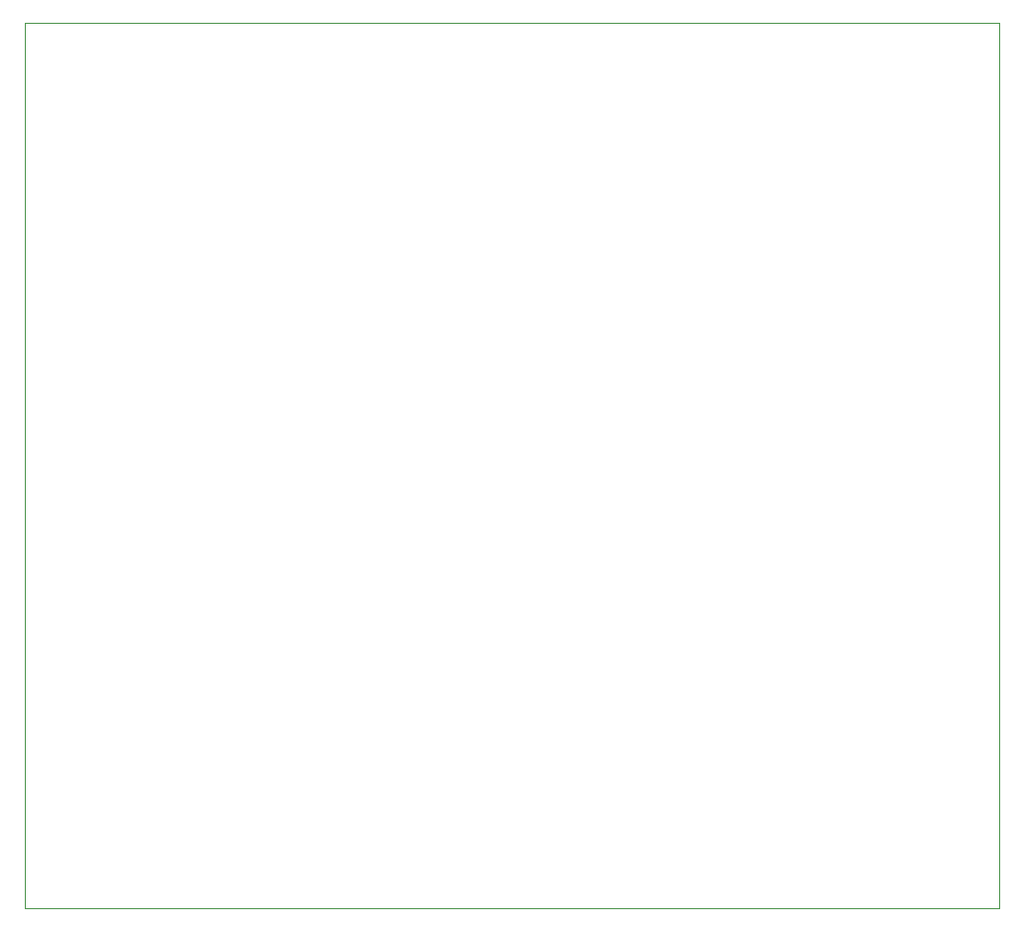
<source format=gko>
G04 (created by PCBNEW (2013-07-07 BZR 4022)-stable) date 3/14/2014 4:09:09 PM*
%MOIN*%
G04 Gerber Fmt 3.4, Leading zero omitted, Abs format*
%FSLAX34Y34*%
G01*
G70*
G90*
G04 APERTURE LIST*
%ADD10C,0.00590551*%
%ADD11C,0.00393701*%
G04 APERTURE END LIST*
G54D10*
G54D11*
X72200Y-28100D02*
X72200Y-57850D01*
X39500Y-57850D02*
X39500Y-28100D01*
X72200Y-57850D02*
X39500Y-57850D01*
X39500Y-28100D02*
X72200Y-28100D01*
M02*

</source>
